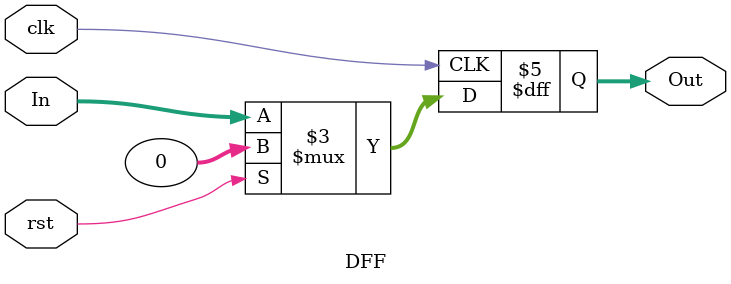
<source format=sv>
module DFF(
	input logic clk, rst, 
	input logic [31:0] In,
	output logic [31:0] Out
);

	always_ff @ (posedge clk) begin
		
		
		if (rst)
			Out <= 32'b0;
		else
			Out <= In;
			
	end
	
endmodule
</source>
